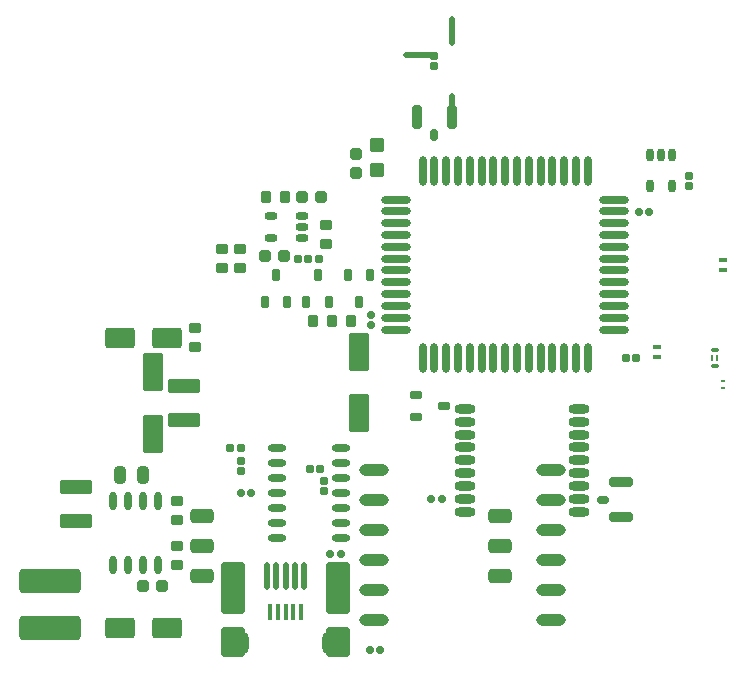
<source format=gtp>
%FSLAX44Y44*%
%MOMM*%
G71*
G01*
G75*
G04 Layer_Color=8421504*
G04:AMPARAMS|DCode=10|XSize=0.67mm|YSize=0.67mm|CornerRadius=0.1508mm|HoleSize=0mm|Usage=FLASHONLY|Rotation=90.000|XOffset=0mm|YOffset=0mm|HoleType=Round|Shape=RoundedRectangle|*
%AMROUNDEDRECTD10*
21,1,0.6700,0.3685,0,0,90.0*
21,1,0.3685,0.6700,0,0,90.0*
1,1,0.3015,0.1843,0.1843*
1,1,0.3015,0.1843,-0.1843*
1,1,0.3015,-0.1843,-0.1843*
1,1,0.3015,-0.1843,0.1843*
%
%ADD10ROUNDEDRECTD10*%
G04:AMPARAMS|DCode=11|XSize=0.67mm|YSize=0.67mm|CornerRadius=0.1508mm|HoleSize=0mm|Usage=FLASHONLY|Rotation=180.000|XOffset=0mm|YOffset=0mm|HoleType=Round|Shape=RoundedRectangle|*
%AMROUNDEDRECTD11*
21,1,0.6700,0.3685,0,0,180.0*
21,1,0.3685,0.6700,0,0,180.0*
1,1,0.3015,-0.1843,0.1843*
1,1,0.3015,0.1843,0.1843*
1,1,0.3015,0.1843,-0.1843*
1,1,0.3015,-0.1843,-0.1843*
%
%ADD11ROUNDEDRECTD11*%
G04:AMPARAMS|DCode=12|XSize=1.1mm|YSize=0.6mm|CornerRadius=0.201mm|HoleSize=0mm|Usage=FLASHONLY|Rotation=270.000|XOffset=0mm|YOffset=0mm|HoleType=Round|Shape=RoundedRectangle|*
%AMROUNDEDRECTD12*
21,1,1.1000,0.1980,0,0,270.0*
21,1,0.6980,0.6000,0,0,270.0*
1,1,0.4020,-0.0990,-0.3490*
1,1,0.4020,-0.0990,0.3490*
1,1,0.4020,0.0990,0.3490*
1,1,0.4020,0.0990,-0.3490*
%
%ADD12ROUNDEDRECTD12*%
G04:AMPARAMS|DCode=13|XSize=2.5mm|YSize=2mm|CornerRadius=0.25mm|HoleSize=0mm|Usage=FLASHONLY|Rotation=270.000|XOffset=0mm|YOffset=0mm|HoleType=Round|Shape=RoundedRectangle|*
%AMROUNDEDRECTD13*
21,1,2.5000,1.5000,0,0,270.0*
21,1,2.0000,2.0000,0,0,270.0*
1,1,0.5000,-0.7500,-1.0000*
1,1,0.5000,-0.7500,1.0000*
1,1,0.5000,0.7500,1.0000*
1,1,0.5000,0.7500,-1.0000*
%
%ADD13ROUNDEDRECTD13*%
G04:AMPARAMS|DCode=14|XSize=2.7mm|YSize=1.2mm|CornerRadius=0.21mm|HoleSize=0mm|Usage=FLASHONLY|Rotation=0.000|XOffset=0mm|YOffset=0mm|HoleType=Round|Shape=RoundedRectangle|*
%AMROUNDEDRECTD14*
21,1,2.7000,0.7800,0,0,0.0*
21,1,2.2800,1.2000,0,0,0.0*
1,1,0.4200,1.1400,-0.3900*
1,1,0.4200,-1.1400,-0.3900*
1,1,0.4200,-1.1400,0.3900*
1,1,0.4200,1.1400,0.3900*
%
%ADD14ROUNDEDRECTD14*%
G04:AMPARAMS|DCode=15|XSize=1.05mm|YSize=0.65mm|CornerRadius=0.2015mm|HoleSize=0mm|Usage=FLASHONLY|Rotation=90.000|XOffset=0mm|YOffset=0mm|HoleType=Round|Shape=RoundedRectangle|*
%AMROUNDEDRECTD15*
21,1,1.0500,0.2470,0,0,90.0*
21,1,0.6470,0.6500,0,0,90.0*
1,1,0.4030,0.1235,0.3235*
1,1,0.4030,0.1235,-0.3235*
1,1,0.4030,-0.1235,-0.3235*
1,1,0.4030,-0.1235,0.3235*
%
%ADD15ROUNDEDRECTD15*%
G04:AMPARAMS|DCode=16|XSize=2.5mm|YSize=2mm|CornerRadius=0.2mm|HoleSize=0mm|Usage=FLASHONLY|Rotation=90.000|XOffset=0mm|YOffset=0mm|HoleType=Round|Shape=RoundedRectangle|*
%AMROUNDEDRECTD16*
21,1,2.5000,1.6000,0,0,90.0*
21,1,2.1000,2.0000,0,0,90.0*
1,1,0.4000,0.8000,1.0500*
1,1,0.4000,0.8000,-1.0500*
1,1,0.4000,-0.8000,-1.0500*
1,1,0.4000,-0.8000,1.0500*
%
%ADD16ROUNDEDRECTD16*%
G04:AMPARAMS|DCode=17|XSize=2.3mm|YSize=0.5mm|CornerRadius=0.2mm|HoleSize=0mm|Usage=FLASHONLY|Rotation=90.000|XOffset=0mm|YOffset=0mm|HoleType=Round|Shape=RoundedRectangle|*
%AMROUNDEDRECTD17*
21,1,2.3000,0.1000,0,0,90.0*
21,1,1.9000,0.5000,0,0,90.0*
1,1,0.4000,0.0500,0.9500*
1,1,0.4000,0.0500,-0.9500*
1,1,0.4000,-0.0500,-0.9500*
1,1,0.4000,-0.0500,0.9500*
%
%ADD17ROUNDEDRECTD17*%
G04:AMPARAMS|DCode=18|XSize=1.1mm|YSize=0.6mm|CornerRadius=0.201mm|HoleSize=0mm|Usage=FLASHONLY|Rotation=180.000|XOffset=0mm|YOffset=0mm|HoleType=Round|Shape=RoundedRectangle|*
%AMROUNDEDRECTD18*
21,1,1.1000,0.1980,0,0,180.0*
21,1,0.6980,0.6000,0,0,180.0*
1,1,0.4020,-0.3490,0.0990*
1,1,0.4020,0.3490,0.0990*
1,1,0.4020,0.3490,-0.0990*
1,1,0.4020,-0.3490,-0.0990*
%
%ADD18ROUNDEDRECTD18*%
G04:AMPARAMS|DCode=19|XSize=1mm|YSize=0.95mm|CornerRadius=0.1995mm|HoleSize=0mm|Usage=FLASHONLY|Rotation=270.000|XOffset=0mm|YOffset=0mm|HoleType=Round|Shape=RoundedRectangle|*
%AMROUNDEDRECTD19*
21,1,1.0000,0.5510,0,0,270.0*
21,1,0.6010,0.9500,0,0,270.0*
1,1,0.3990,-0.2755,-0.3005*
1,1,0.3990,-0.2755,0.3005*
1,1,0.3990,0.2755,0.3005*
1,1,0.3990,0.2755,-0.3005*
%
%ADD19ROUNDEDRECTD19*%
%ADD20R,0.4000X1.4000*%
G04:AMPARAMS|DCode=21|XSize=1.8mm|YSize=1.9mm|CornerRadius=0.45mm|HoleSize=0mm|Usage=FLASHONLY|Rotation=0.000|XOffset=0mm|YOffset=0mm|HoleType=Round|Shape=RoundedRectangle|*
%AMROUNDEDRECTD21*
21,1,1.8000,1.0000,0,0,0.0*
21,1,0.9000,1.9000,0,0,0.0*
1,1,0.9000,0.4500,-0.5000*
1,1,0.9000,-0.4500,-0.5000*
1,1,0.9000,-0.4500,0.5000*
1,1,0.9000,0.4500,0.5000*
%
%ADD21ROUNDEDRECTD21*%
G04:AMPARAMS|DCode=22|XSize=0.7mm|YSize=1mm|CornerRadius=0.175mm|HoleSize=0mm|Usage=FLASHONLY|Rotation=180.000|XOffset=0mm|YOffset=0mm|HoleType=Round|Shape=RoundedRectangle|*
%AMROUNDEDRECTD22*
21,1,0.7000,0.6500,0,0,180.0*
21,1,0.3500,1.0000,0,0,180.0*
1,1,0.3500,-0.1750,0.3250*
1,1,0.3500,0.1750,0.3250*
1,1,0.3500,0.1750,-0.3250*
1,1,0.3500,-0.1750,-0.3250*
%
%ADD22ROUNDEDRECTD22*%
G04:AMPARAMS|DCode=23|XSize=0.8mm|YSize=2mm|CornerRadius=0.2mm|HoleSize=0mm|Usage=FLASHONLY|Rotation=180.000|XOffset=0mm|YOffset=0mm|HoleType=Round|Shape=RoundedRectangle|*
%AMROUNDEDRECTD23*
21,1,0.8000,1.6000,0,0,180.0*
21,1,0.4000,2.0000,0,0,180.0*
1,1,0.4000,-0.2000,0.8000*
1,1,0.4000,0.2000,0.8000*
1,1,0.4000,0.2000,-0.8000*
1,1,0.4000,-0.2000,-0.8000*
%
%ADD23ROUNDEDRECTD23*%
G04:AMPARAMS|DCode=24|XSize=1mm|YSize=0.9mm|CornerRadius=0.198mm|HoleSize=0mm|Usage=FLASHONLY|Rotation=180.000|XOffset=0mm|YOffset=0mm|HoleType=Round|Shape=RoundedRectangle|*
%AMROUNDEDRECTD24*
21,1,1.0000,0.5040,0,0,180.0*
21,1,0.6040,0.9000,0,0,180.0*
1,1,0.3960,-0.3020,0.2520*
1,1,0.3960,0.3020,0.2520*
1,1,0.3960,0.3020,-0.2520*
1,1,0.3960,-0.3020,-0.2520*
%
%ADD24ROUNDEDRECTD24*%
G04:AMPARAMS|DCode=25|XSize=1.05mm|YSize=0.65mm|CornerRadius=0.2015mm|HoleSize=0mm|Usage=FLASHONLY|Rotation=0.000|XOffset=0mm|YOffset=0mm|HoleType=Round|Shape=RoundedRectangle|*
%AMROUNDEDRECTD25*
21,1,1.0500,0.2470,0,0,0.0*
21,1,0.6470,0.6500,0,0,0.0*
1,1,0.4030,0.3235,-0.1235*
1,1,0.4030,-0.3235,-0.1235*
1,1,0.4030,-0.3235,0.1235*
1,1,0.4030,0.3235,0.1235*
%
%ADD25ROUNDEDRECTD25*%
G04:AMPARAMS|DCode=26|XSize=2.5mm|YSize=1.7mm|CornerRadius=0.204mm|HoleSize=0mm|Usage=FLASHONLY|Rotation=0.000|XOffset=0mm|YOffset=0mm|HoleType=Round|Shape=RoundedRectangle|*
%AMROUNDEDRECTD26*
21,1,2.5000,1.2920,0,0,0.0*
21,1,2.0920,1.7000,0,0,0.0*
1,1,0.4080,1.0460,-0.6460*
1,1,0.4080,-1.0460,-0.6460*
1,1,0.4080,-1.0460,0.6460*
1,1,0.4080,1.0460,0.6460*
%
%ADD26ROUNDEDRECTD26*%
G04:AMPARAMS|DCode=27|XSize=5.2mm|YSize=2mm|CornerRadius=0.25mm|HoleSize=0mm|Usage=FLASHONLY|Rotation=180.000|XOffset=0mm|YOffset=0mm|HoleType=Round|Shape=RoundedRectangle|*
%AMROUNDEDRECTD27*
21,1,5.2000,1.5000,0,0,180.0*
21,1,4.7000,2.0000,0,0,180.0*
1,1,0.5000,-2.3500,0.7500*
1,1,0.5000,2.3500,0.7500*
1,1,0.5000,2.3500,-0.7500*
1,1,0.5000,-2.3500,-0.7500*
%
%ADD27ROUNDEDRECTD27*%
G04:AMPARAMS|DCode=28|XSize=0.65mm|YSize=0.35mm|CornerRadius=0.0735mm|HoleSize=0mm|Usage=FLASHONLY|Rotation=0.000|XOffset=0mm|YOffset=0mm|HoleType=Round|Shape=RoundedRectangle|*
%AMROUNDEDRECTD28*
21,1,0.6500,0.2030,0,0,0.0*
21,1,0.5030,0.3500,0,0,0.0*
1,1,0.1470,0.2515,-0.1015*
1,1,0.1470,-0.2515,-0.1015*
1,1,0.1470,-0.2515,0.1015*
1,1,0.1470,0.2515,0.1015*
%
%ADD28ROUNDEDRECTD28*%
G04:AMPARAMS|DCode=29|XSize=0.62mm|YSize=0.62mm|CornerRadius=0.1488mm|HoleSize=0mm|Usage=FLASHONLY|Rotation=0.000|XOffset=0mm|YOffset=0mm|HoleType=Round|Shape=RoundedRectangle|*
%AMROUNDEDRECTD29*
21,1,0.6200,0.3224,0,0,0.0*
21,1,0.3224,0.6200,0,0,0.0*
1,1,0.2976,0.1612,-0.1612*
1,1,0.2976,-0.1612,-0.1612*
1,1,0.2976,-0.1612,0.1612*
1,1,0.2976,0.1612,0.1612*
%
%ADD29ROUNDEDRECTD29*%
G04:AMPARAMS|DCode=30|XSize=0.3mm|YSize=0.25mm|CornerRadius=0.0525mm|HoleSize=0mm|Usage=FLASHONLY|Rotation=0.000|XOffset=0mm|YOffset=0mm|HoleType=Round|Shape=RoundedRectangle|*
%AMROUNDEDRECTD30*
21,1,0.3000,0.1450,0,0,0.0*
21,1,0.1950,0.2500,0,0,0.0*
1,1,0.1050,0.0975,-0.0725*
1,1,0.1050,-0.0975,-0.0725*
1,1,0.1050,-0.0975,0.0725*
1,1,0.1050,0.0975,0.0725*
%
%ADD30ROUNDEDRECTD30*%
%ADD31O,1.5500X0.6000*%
G04:AMPARAMS|DCode=32|XSize=0.62mm|YSize=0.62mm|CornerRadius=0.1488mm|HoleSize=0mm|Usage=FLASHONLY|Rotation=270.000|XOffset=0mm|YOffset=0mm|HoleType=Round|Shape=RoundedRectangle|*
%AMROUNDEDRECTD32*
21,1,0.6200,0.3224,0,0,270.0*
21,1,0.3224,0.6200,0,0,270.0*
1,1,0.2976,-0.1612,-0.1612*
1,1,0.2976,-0.1612,0.1612*
1,1,0.2976,0.1612,0.1612*
1,1,0.2976,0.1612,-0.1612*
%
%ADD32ROUNDEDRECTD32*%
G04:AMPARAMS|DCode=33|XSize=1mm|YSize=0.95mm|CornerRadius=0.1995mm|HoleSize=0mm|Usage=FLASHONLY|Rotation=0.000|XOffset=0mm|YOffset=0mm|HoleType=Round|Shape=RoundedRectangle|*
%AMROUNDEDRECTD33*
21,1,1.0000,0.5510,0,0,0.0*
21,1,0.6010,0.9500,0,0,0.0*
1,1,0.3990,0.3005,-0.2755*
1,1,0.3990,-0.3005,-0.2755*
1,1,0.3990,-0.3005,0.2755*
1,1,0.3990,0.3005,0.2755*
%
%ADD33ROUNDEDRECTD33*%
%ADD34O,0.6000X1.5500*%
G04:AMPARAMS|DCode=35|XSize=3.3mm|YSize=1.65mm|CornerRadius=0.198mm|HoleSize=0mm|Usage=FLASHONLY|Rotation=90.000|XOffset=0mm|YOffset=0mm|HoleType=Round|Shape=RoundedRectangle|*
%AMROUNDEDRECTD35*
21,1,3.3000,1.2540,0,0,90.0*
21,1,2.9040,1.6500,0,0,90.0*
1,1,0.3960,0.6270,1.4520*
1,1,0.3960,0.6270,-1.4520*
1,1,0.3960,-0.6270,-1.4520*
1,1,0.3960,-0.6270,1.4520*
%
%ADD35ROUNDEDRECTD35*%
G04:AMPARAMS|DCode=36|XSize=1mm|YSize=0.9mm|CornerRadius=0.198mm|HoleSize=0mm|Usage=FLASHONLY|Rotation=270.000|XOffset=0mm|YOffset=0mm|HoleType=Round|Shape=RoundedRectangle|*
%AMROUNDEDRECTD36*
21,1,1.0000,0.5040,0,0,270.0*
21,1,0.6040,0.9000,0,0,270.0*
1,1,0.3960,-0.2520,-0.3020*
1,1,0.3960,-0.2520,0.3020*
1,1,0.3960,0.2520,0.3020*
1,1,0.3960,0.2520,-0.3020*
%
%ADD36ROUNDEDRECTD36*%
G04:AMPARAMS|DCode=37|XSize=1.2mm|YSize=2mm|CornerRadius=0.3mm|HoleSize=0mm|Usage=FLASHONLY|Rotation=90.000|XOffset=0mm|YOffset=0mm|HoleType=Round|Shape=RoundedRectangle|*
%AMROUNDEDRECTD37*
21,1,1.2000,1.4000,0,0,90.0*
21,1,0.6000,2.0000,0,0,90.0*
1,1,0.6000,0.7000,0.3000*
1,1,0.6000,0.7000,-0.3000*
1,1,0.6000,-0.7000,-0.3000*
1,1,0.6000,-0.7000,0.3000*
%
%ADD37ROUNDEDRECTD37*%
G04:AMPARAMS|DCode=38|XSize=1.2mm|YSize=1.2mm|CornerRadius=0.198mm|HoleSize=0mm|Usage=FLASHONLY|Rotation=90.000|XOffset=0mm|YOffset=0mm|HoleType=Round|Shape=RoundedRectangle|*
%AMROUNDEDRECTD38*
21,1,1.2000,0.8040,0,0,90.0*
21,1,0.8040,1.2000,0,0,90.0*
1,1,0.3960,0.4020,0.4020*
1,1,0.3960,0.4020,-0.4020*
1,1,0.3960,-0.4020,-0.4020*
1,1,0.3960,-0.4020,0.4020*
%
%ADD38ROUNDEDRECTD38*%
G04:AMPARAMS|DCode=39|XSize=1.45mm|YSize=0.95mm|CornerRadius=0.1995mm|HoleSize=0mm|Usage=FLASHONLY|Rotation=90.000|XOffset=0mm|YOffset=0mm|HoleType=Round|Shape=RoundedRectangle|*
%AMROUNDEDRECTD39*
21,1,1.4500,0.5510,0,0,90.0*
21,1,1.0510,0.9500,0,0,90.0*
1,1,0.3990,0.2755,0.5255*
1,1,0.3990,0.2755,-0.5255*
1,1,0.3990,-0.2755,-0.5255*
1,1,0.3990,-0.2755,0.5255*
%
%ADD39ROUNDEDRECTD39*%
G04:AMPARAMS|DCode=40|XSize=0.3mm|YSize=0.65mm|CornerRadius=0.0495mm|HoleSize=0mm|Usage=FLASHONLY|Rotation=90.000|XOffset=0mm|YOffset=0mm|HoleType=Round|Shape=RoundedRectangle|*
%AMROUNDEDRECTD40*
21,1,0.3000,0.5510,0,0,90.0*
21,1,0.2010,0.6500,0,0,90.0*
1,1,0.0990,0.2755,0.1005*
1,1,0.0990,0.2755,-0.1005*
1,1,0.0990,-0.2755,-0.1005*
1,1,0.0990,-0.2755,0.1005*
%
%ADD40ROUNDEDRECTD40*%
G04:AMPARAMS|DCode=41|XSize=0.5mm|YSize=0.21mm|CornerRadius=0.0347mm|HoleSize=0mm|Usage=FLASHONLY|Rotation=90.000|XOffset=0mm|YOffset=0mm|HoleType=Round|Shape=RoundedRectangle|*
%AMROUNDEDRECTD41*
21,1,0.5000,0.1407,0,0,90.0*
21,1,0.4307,0.2100,0,0,90.0*
1,1,0.0693,0.0704,0.2154*
1,1,0.0693,0.0704,-0.2154*
1,1,0.0693,-0.0704,-0.2154*
1,1,0.0693,-0.0704,0.2154*
%
%ADD41ROUNDEDRECTD41*%
G04:AMPARAMS|DCode=42|XSize=0.7mm|YSize=1.5mm|CornerRadius=0.175mm|HoleSize=0mm|Usage=FLASHONLY|Rotation=0.000|XOffset=0mm|YOffset=0mm|HoleType=Round|Shape=RoundedRectangle|*
%AMROUNDEDRECTD42*
21,1,0.7000,1.1500,0,0,0.0*
21,1,0.3500,1.5000,0,0,0.0*
1,1,0.3500,0.1750,-0.5750*
1,1,0.3500,-0.1750,-0.5750*
1,1,0.3500,-0.1750,0.5750*
1,1,0.3500,0.1750,0.5750*
%
%ADD42ROUNDEDRECTD42*%
%ADD43O,2.5000X0.5000*%
%ADD44O,0.5000X2.5000*%
%ADD45O,1.8000X0.8000*%
%ADD46O,2.5000X1.0000*%
G04:AMPARAMS|DCode=47|XSize=0.8mm|YSize=2mm|CornerRadius=0.2mm|HoleSize=0mm|Usage=FLASHONLY|Rotation=270.000|XOffset=0mm|YOffset=0mm|HoleType=Round|Shape=RoundedRectangle|*
%AMROUNDEDRECTD47*
21,1,0.8000,1.6000,0,0,270.0*
21,1,0.4000,2.0000,0,0,270.0*
1,1,0.4000,-0.8000,-0.2000*
1,1,0.4000,-0.8000,0.2000*
1,1,0.4000,0.8000,0.2000*
1,1,0.4000,0.8000,-0.2000*
%
%ADD47ROUNDEDRECTD47*%
G04:AMPARAMS|DCode=48|XSize=0.7mm|YSize=1mm|CornerRadius=0.175mm|HoleSize=0mm|Usage=FLASHONLY|Rotation=90.000|XOffset=0mm|YOffset=0mm|HoleType=Round|Shape=RoundedRectangle|*
%AMROUNDEDRECTD48*
21,1,0.7000,0.6500,0,0,90.0*
21,1,0.3500,1.0000,0,0,90.0*
1,1,0.3500,0.3250,0.1750*
1,1,0.3500,0.3250,-0.1750*
1,1,0.3500,-0.3250,-0.1750*
1,1,0.3500,-0.3250,0.1750*
%
%ADD48ROUNDEDRECTD48*%
%ADD49O,0.7000X2.5000*%
%ADD50O,2.5000X0.7000*%
%ADD51C,0.5000*%
%ADD52C,0.4000*%
%ADD53C,0.7000*%
%ADD54C,0.2500*%
%ADD55C,0.2000*%
%ADD56C,0.3000*%
%ADD57C,1.0000*%
%ADD58C,0.6000*%
%ADD59C,0.8000*%
%ADD60C,0.9000*%
%ADD61C,1.8000*%
G04:AMPARAMS|DCode=62|XSize=1.3mm|YSize=1.3mm|CornerRadius=0.1625mm|HoleSize=0mm|Usage=FLASHONLY|Rotation=0.000|XOffset=0mm|YOffset=0mm|HoleType=Round|Shape=RoundedRectangle|*
%AMROUNDEDRECTD62*
21,1,1.3000,0.9750,0,0,0.0*
21,1,0.9750,1.3000,0,0,0.0*
1,1,0.3250,0.4875,-0.4875*
1,1,0.3250,-0.4875,-0.4875*
1,1,0.3250,-0.4875,0.4875*
1,1,0.3250,0.4875,0.4875*
%
%ADD62ROUNDEDRECTD62*%
%ADD63C,1.3000*%
%ADD64C,7.0000*%
%ADD65C,0.1000*%
%ADD66C,0.5000*%
G04:AMPARAMS|DCode=67|XSize=2mm|YSize=2mm|CornerRadius=0.25mm|HoleSize=0mm|Usage=FLASHONLY|Rotation=90.000|XOffset=0mm|YOffset=0mm|HoleType=Round|Shape=RoundedRectangle|*
%AMROUNDEDRECTD67*
21,1,2.0000,1.5000,0,0,90.0*
21,1,1.5000,2.0000,0,0,90.0*
1,1,0.5000,0.7500,0.7500*
1,1,0.5000,0.7500,-0.7500*
1,1,0.5000,-0.7500,-0.7500*
1,1,0.5000,-0.7500,0.7500*
%
%ADD67ROUNDEDRECTD67*%
%ADD68C,2.0000*%
%ADD69C,2.5000*%
G04:AMPARAMS|DCode=70|XSize=1.85mm|YSize=1.85mm|CornerRadius=0.2313mm|HoleSize=0mm|Usage=FLASHONLY|Rotation=0.000|XOffset=0mm|YOffset=0mm|HoleType=Round|Shape=RoundedRectangle|*
%AMROUNDEDRECTD70*
21,1,1.8500,1.3875,0,0,0.0*
21,1,1.3875,1.8500,0,0,0.0*
1,1,0.4625,0.6937,-0.6937*
1,1,0.4625,-0.6937,-0.6937*
1,1,0.4625,-0.6937,0.6937*
1,1,0.4625,0.6937,0.6937*
%
%ADD70ROUNDEDRECTD70*%
%ADD71C,1.8500*%
%ADD72C,1.6000*%
%ADD73R,1.6000X1.6000*%
G04:AMPARAMS|DCode=74|XSize=1.3mm|YSize=1.3mm|CornerRadius=0.325mm|HoleSize=0mm|Usage=FLASHONLY|Rotation=90.000|XOffset=0mm|YOffset=0mm|HoleType=Round|Shape=RoundedRectangle|*
%AMROUNDEDRECTD74*
21,1,1.3000,0.6500,0,0,90.0*
21,1,0.6500,1.3000,0,0,90.0*
1,1,0.6500,0.3250,0.3250*
1,1,0.6500,0.3250,-0.3250*
1,1,0.6500,-0.3250,-0.3250*
1,1,0.6500,-0.3250,0.3250*
%
%ADD74ROUNDEDRECTD74*%
%ADD75R,2.5000X5.0000*%
%ADD76R,5.0000X2.5000*%
G04:AMPARAMS|DCode=77|XSize=1mm|YSize=1mm|CornerRadius=0.25mm|HoleSize=0mm|Usage=FLASHONLY|Rotation=0.000|XOffset=0mm|YOffset=0mm|HoleType=Round|Shape=RoundedRectangle|*
%AMROUNDEDRECTD77*
21,1,1.0000,0.5000,0,0,0.0*
21,1,0.5000,1.0000,0,0,0.0*
1,1,0.5000,0.2500,-0.2500*
1,1,0.5000,-0.2500,-0.2500*
1,1,0.5000,-0.2500,0.2500*
1,1,0.5000,0.2500,0.2500*
%
%ADD77ROUNDEDRECTD77*%
%ADD78C,2.2000*%
G04:AMPARAMS|DCode=79|XSize=1.6mm|YSize=1.6mm|CornerRadius=0.2mm|HoleSize=0mm|Usage=FLASHONLY|Rotation=90.000|XOffset=0mm|YOffset=0mm|HoleType=Round|Shape=RoundedRectangle|*
%AMROUNDEDRECTD79*
21,1,1.6000,1.2000,0,0,90.0*
21,1,1.2000,1.6000,0,0,90.0*
1,1,0.4000,0.6000,0.6000*
1,1,0.4000,0.6000,-0.6000*
1,1,0.4000,-0.6000,-0.6000*
1,1,0.4000,-0.6000,0.6000*
%
%ADD79ROUNDEDRECTD79*%
G04:AMPARAMS|DCode=80|XSize=1.4mm|YSize=1.4mm|CornerRadius=0.175mm|HoleSize=0mm|Usage=FLASHONLY|Rotation=90.000|XOffset=0mm|YOffset=0mm|HoleType=Round|Shape=RoundedRectangle|*
%AMROUNDEDRECTD80*
21,1,1.4000,1.0500,0,0,90.0*
21,1,1.0500,1.4000,0,0,90.0*
1,1,0.3500,0.5250,0.5250*
1,1,0.3500,0.5250,-0.5250*
1,1,0.3500,-0.5250,-0.5250*
1,1,0.3500,-0.5250,0.5250*
%
%ADD80ROUNDEDRECTD80*%
%ADD81C,1.0000*%
%ADD82C,0.6000*%
G04:AMPARAMS|DCode=83|XSize=1.15mm|YSize=2.1mm|CornerRadius=0.2875mm|HoleSize=0mm|Usage=FLASHONLY|Rotation=90.000|XOffset=0mm|YOffset=0mm|HoleType=Round|Shape=RoundedRectangle|*
%AMROUNDEDRECTD83*
21,1,1.1500,1.5250,0,0,90.0*
21,1,0.5750,2.1000,0,0,90.0*
1,1,0.5750,0.7625,0.2875*
1,1,0.5750,0.7625,-0.2875*
1,1,0.5750,-0.7625,-0.2875*
1,1,0.5750,-0.7625,0.2875*
%
%ADD83ROUNDEDRECTD83*%
G04:AMPARAMS|DCode=84|XSize=2.5mm|YSize=1.15mm|CornerRadius=0.3852mm|HoleSize=0mm|Usage=FLASHONLY|Rotation=0.000|XOffset=0mm|YOffset=0mm|HoleType=Round|Shape=RoundedRectangle|*
%AMROUNDEDRECTD84*
21,1,2.5000,0.3795,0,0,0.0*
21,1,1.7295,1.1500,0,0,0.0*
1,1,0.7705,0.8648,-0.1898*
1,1,0.7705,-0.8648,-0.1898*
1,1,0.7705,-0.8648,0.1898*
1,1,0.7705,0.8648,0.1898*
%
%ADD84ROUNDEDRECTD84*%
G04:AMPARAMS|DCode=85|XSize=1.3mm|YSize=1mm|CornerRadius=0.25mm|HoleSize=0mm|Usage=FLASHONLY|Rotation=0.000|XOffset=0mm|YOffset=0mm|HoleType=Round|Shape=RoundedRectangle|*
%AMROUNDEDRECTD85*
21,1,1.3000,0.5000,0,0,0.0*
21,1,0.8000,1.0000,0,0,0.0*
1,1,0.5000,0.4000,-0.2500*
1,1,0.5000,-0.4000,-0.2500*
1,1,0.5000,-0.4000,0.2500*
1,1,0.5000,0.4000,0.2500*
%
%ADD85ROUNDEDRECTD85*%
G04:AMPARAMS|DCode=86|XSize=2.35mm|YSize=1.15mm|CornerRadius=0.3852mm|HoleSize=0mm|Usage=FLASHONLY|Rotation=0.000|XOffset=0mm|YOffset=0mm|HoleType=Round|Shape=RoundedRectangle|*
%AMROUNDEDRECTD86*
21,1,2.3500,0.3795,0,0,0.0*
21,1,1.5795,1.1500,0,0,0.0*
1,1,0.7705,0.7897,-0.1898*
1,1,0.7705,-0.7897,-0.1898*
1,1,0.7705,-0.7897,0.1898*
1,1,0.7705,0.7897,0.1898*
%
%ADD86ROUNDEDRECTD86*%
G04:AMPARAMS|DCode=87|XSize=1mm|YSize=1.2mm|CornerRadius=0.165mm|HoleSize=0mm|Usage=FLASHONLY|Rotation=180.000|XOffset=0mm|YOffset=0mm|HoleType=Round|Shape=RoundedRectangle|*
%AMROUNDEDRECTD87*
21,1,1.0000,0.8700,0,0,180.0*
21,1,0.6700,1.2000,0,0,180.0*
1,1,0.3300,-0.3350,0.4350*
1,1,0.3300,0.3350,0.4350*
1,1,0.3300,0.3350,-0.4350*
1,1,0.3300,-0.3350,-0.4350*
%
%ADD87ROUNDEDRECTD87*%
G04:AMPARAMS|DCode=88|XSize=1.6mm|YSize=1.3mm|CornerRadius=0.2015mm|HoleSize=0mm|Usage=FLASHONLY|Rotation=90.000|XOffset=0mm|YOffset=0mm|HoleType=Round|Shape=RoundedRectangle|*
%AMROUNDEDRECTD88*
21,1,1.6000,0.8970,0,0,90.0*
21,1,1.1970,1.3000,0,0,90.0*
1,1,0.4030,0.4485,0.5985*
1,1,0.4030,0.4485,-0.5985*
1,1,0.4030,-0.4485,-0.5985*
1,1,0.4030,-0.4485,0.5985*
%
%ADD88ROUNDEDRECTD88*%
G04:AMPARAMS|DCode=89|XSize=0.7mm|YSize=2.5mm|CornerRadius=0.175mm|HoleSize=0mm|Usage=FLASHONLY|Rotation=180.000|XOffset=0mm|YOffset=0mm|HoleType=Round|Shape=RoundedRectangle|*
%AMROUNDEDRECTD89*
21,1,0.7000,2.1500,0,0,180.0*
21,1,0.3500,2.5000,0,0,180.0*
1,1,0.3500,-0.1750,1.0750*
1,1,0.3500,0.1750,1.0750*
1,1,0.3500,0.1750,-1.0750*
1,1,0.3500,-0.1750,-1.0750*
%
%ADD89ROUNDEDRECTD89*%
G04:AMPARAMS|DCode=90|XSize=1.45mm|YSize=1.15mm|CornerRadius=0.2013mm|HoleSize=0mm|Usage=FLASHONLY|Rotation=90.000|XOffset=0mm|YOffset=0mm|HoleType=Round|Shape=RoundedRectangle|*
%AMROUNDEDRECTD90*
21,1,1.4500,0.7475,0,0,90.0*
21,1,1.0475,1.1500,0,0,90.0*
1,1,0.4025,0.3738,0.5238*
1,1,0.4025,0.3738,-0.5238*
1,1,0.4025,-0.3738,-0.5238*
1,1,0.4025,-0.3738,0.5238*
%
%ADD90ROUNDEDRECTD90*%
G04:AMPARAMS|DCode=91|XSize=1.2mm|YSize=1.2mm|CornerRadius=0.198mm|HoleSize=0mm|Usage=FLASHONLY|Rotation=0.000|XOffset=0mm|YOffset=0mm|HoleType=Round|Shape=RoundedRectangle|*
%AMROUNDEDRECTD91*
21,1,1.2000,0.8040,0,0,0.0*
21,1,0.8040,1.2000,0,0,0.0*
1,1,0.3960,0.4020,-0.4020*
1,1,0.3960,-0.4020,-0.4020*
1,1,0.3960,-0.4020,0.4020*
1,1,0.3960,0.4020,0.4020*
%
%ADD91ROUNDEDRECTD91*%
%ADD92C,5.0000*%
%ADD93C,0.2540*%
%ADD94C,0.1500*%
%ADD95C,0.1000*%
%ADD96C,0.0500*%
%ADD97C,0.0100*%
%ADD98C,0.0750*%
D10*
X280400Y169000D02*
D03*
Y160200D02*
D03*
X444200Y503400D02*
D03*
Y512200D02*
D03*
X659800Y410700D02*
D03*
Y401900D02*
D03*
X350700Y143700D02*
D03*
Y152500D02*
D03*
D11*
X280337Y179900D02*
D03*
X271537D02*
D03*
X338600Y162286D02*
D03*
X347400D02*
D03*
X328700Y340500D02*
D03*
X337500D02*
D03*
X346300D02*
D03*
X337500D02*
D03*
X606350Y256500D02*
D03*
X615150D02*
D03*
D12*
X645800Y428000D02*
D03*
X636300D02*
D03*
X626800D02*
D03*
Y402000D02*
D03*
X645800D02*
D03*
D13*
X362700Y52000D02*
D03*
X273700D02*
D03*
D14*
X140750Y147000D02*
D03*
Y118000D02*
D03*
X232000Y232500D02*
D03*
Y203500D02*
D03*
D15*
X335750Y303500D02*
D03*
X354750D02*
D03*
X345250Y326500D02*
D03*
X380250Y303500D02*
D03*
X370750Y326500D02*
D03*
X389750D02*
D03*
X310200D02*
D03*
X319700Y303500D02*
D03*
X300700D02*
D03*
D16*
X273700Y70500D02*
D03*
Y15500D02*
D03*
X362700D02*
D03*
Y70500D02*
D03*
D17*
X334200Y71500D02*
D03*
X326200D02*
D03*
X318200D02*
D03*
X310200D02*
D03*
X302200D02*
D03*
D18*
X306000Y357750D02*
D03*
Y376750D02*
D03*
X332000D02*
D03*
Y367250D02*
D03*
Y357750D02*
D03*
D19*
Y392250D02*
D03*
X348000D02*
D03*
X300750Y342250D02*
D03*
X316750D02*
D03*
X197700Y63300D02*
D03*
X213700D02*
D03*
D20*
X331200Y41250D02*
D03*
X305200D02*
D03*
X324700D02*
D03*
X311700D02*
D03*
X318200D02*
D03*
D21*
X358200Y14750D02*
D03*
X278200D02*
D03*
D22*
X444200Y445500D02*
D03*
D23*
X459200Y460500D02*
D03*
X429200D02*
D03*
D24*
X352500Y353000D02*
D03*
Y369000D02*
D03*
X226200Y97401D02*
D03*
Y81400D02*
D03*
Y135401D02*
D03*
Y119401D02*
D03*
X241250Y281500D02*
D03*
Y265500D02*
D03*
X264300Y348500D02*
D03*
Y332500D02*
D03*
X279300D02*
D03*
Y348500D02*
D03*
D25*
X452000Y215700D02*
D03*
X429000Y206200D02*
D03*
Y225200D02*
D03*
D26*
X218000Y27750D02*
D03*
X178000D02*
D03*
Y273250D02*
D03*
X218000D02*
D03*
D27*
X118500Y27750D02*
D03*
Y67750D02*
D03*
D28*
X632600Y257300D02*
D03*
Y265800D02*
D03*
X688300Y330900D02*
D03*
Y339400D02*
D03*
X632600Y257300D02*
D03*
Y265800D02*
D03*
X688300Y330900D02*
D03*
Y339400D02*
D03*
D29*
X390200Y292900D02*
D03*
Y283900D02*
D03*
D30*
X688300Y230900D02*
D03*
Y236400D02*
D03*
X688300Y236400D02*
D03*
Y230900D02*
D03*
D31*
X311100Y103700D02*
D03*
Y116400D02*
D03*
Y129100D02*
D03*
Y141800D02*
D03*
Y154500D02*
D03*
Y167200D02*
D03*
Y179900D02*
D03*
X365100D02*
D03*
Y167200D02*
D03*
Y154500D02*
D03*
Y141800D02*
D03*
Y129100D02*
D03*
Y116400D02*
D03*
Y103700D02*
D03*
D32*
X365200Y90400D02*
D03*
X356200D02*
D03*
X289200Y141600D02*
D03*
X280200D02*
D03*
X617100Y380300D02*
D03*
X626100D02*
D03*
X398500Y9100D02*
D03*
X389500D02*
D03*
X450700Y136500D02*
D03*
X441700D02*
D03*
D33*
X378000Y429250D02*
D03*
Y413250D02*
D03*
D34*
X172150Y81400D02*
D03*
X184850D02*
D03*
X197550D02*
D03*
X210246D02*
D03*
Y135400D02*
D03*
X197550D02*
D03*
X184850D02*
D03*
X172150D02*
D03*
D35*
X380250Y209750D02*
D03*
Y261750D02*
D03*
X206000Y192000D02*
D03*
Y244000D02*
D03*
D36*
X317500Y392500D02*
D03*
X301500D02*
D03*
X357600Y287500D02*
D03*
X373600D02*
D03*
X341600D02*
D03*
X357600D02*
D03*
D37*
X499700Y122400D02*
D03*
Y71600D02*
D03*
X247700D02*
D03*
Y97000D02*
D03*
Y122400D02*
D03*
X499700Y97000D02*
D03*
D38*
X395500Y415250D02*
D03*
Y436250D02*
D03*
D39*
X177800Y156800D02*
D03*
X197800D02*
D03*
D40*
X681400Y263250D02*
D03*
Y249750D02*
D03*
D41*
X683700Y256500D02*
D03*
X679100D02*
D03*
D42*
X429250Y463000D02*
D03*
D43*
X430250Y513000D02*
D03*
D44*
X459250Y533000D02*
D03*
Y468022D02*
D03*
D45*
X470000Y213500D02*
D03*
Y202500D02*
D03*
Y191500D02*
D03*
Y180500D02*
D03*
Y169500D02*
D03*
Y158500D02*
D03*
Y147500D02*
D03*
Y136500D02*
D03*
Y125500D02*
D03*
X567000D02*
D03*
Y136500D02*
D03*
Y147500D02*
D03*
Y158500D02*
D03*
Y169500D02*
D03*
Y180500D02*
D03*
Y191500D02*
D03*
Y202500D02*
D03*
Y213500D02*
D03*
D46*
X392901Y161850D02*
D03*
Y136450D02*
D03*
Y111050D02*
D03*
Y85650D02*
D03*
Y60250D02*
D03*
Y34850D02*
D03*
X542901D02*
D03*
Y60250D02*
D03*
Y85650D02*
D03*
Y111050D02*
D03*
Y136450D02*
D03*
Y161850D02*
D03*
D47*
X601950Y151450D02*
D03*
Y121450D02*
D03*
D48*
X586950Y136450D02*
D03*
D49*
X434200Y256400D02*
D03*
X444200D02*
D03*
X454200D02*
D03*
X464200D02*
D03*
X474200D02*
D03*
X484200D02*
D03*
X494200D02*
D03*
X504200D02*
D03*
X514200D02*
D03*
X524200D02*
D03*
X534200D02*
D03*
X544200D02*
D03*
X554200D02*
D03*
X564200D02*
D03*
X574200D02*
D03*
Y414400D02*
D03*
X564200D02*
D03*
X554200D02*
D03*
X544200D02*
D03*
X534200D02*
D03*
X524200D02*
D03*
X514200D02*
D03*
X504200D02*
D03*
X494200D02*
D03*
X484200D02*
D03*
X474200D02*
D03*
X464200D02*
D03*
X454200D02*
D03*
X444200D02*
D03*
X434200D02*
D03*
D50*
X596700Y280400D02*
D03*
Y290400D02*
D03*
Y300400D02*
D03*
Y310400D02*
D03*
Y320400D02*
D03*
Y330400D02*
D03*
Y340400D02*
D03*
Y350400D02*
D03*
Y360400D02*
D03*
Y370400D02*
D03*
Y380400D02*
D03*
Y390400D02*
D03*
X411700D02*
D03*
Y380400D02*
D03*
Y370400D02*
D03*
Y360400D02*
D03*
Y350400D02*
D03*
Y340400D02*
D03*
Y330400D02*
D03*
Y320400D02*
D03*
Y310400D02*
D03*
Y300400D02*
D03*
Y290400D02*
D03*
Y280400D02*
D03*
M02*

</source>
